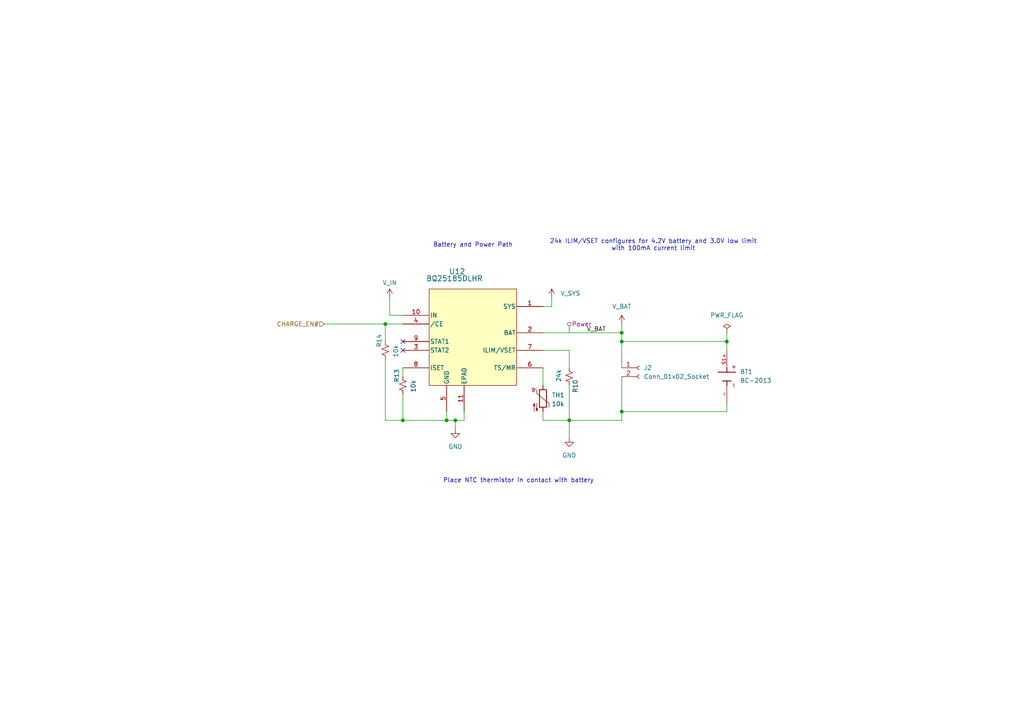
<source format=kicad_sch>
(kicad_sch (version 20250114) (generator "eeschema") (generator_version "9.0")
  (paper "A4")
  (lib_symbols
    (symbol "2025-03-10_01-20-10:BQ25185DLHR" (pin_names (offset 0.254))
      (property "Reference" "U12" (at -3.302 17.78 0))
      (property "Value" "BQ25185DLHR" (at -4.064 15.748 0))
      (symbol "BQ25185DLHR_0_1"
        (pin input line (at -19.05 5.08 0) (length 7.62) (name "IN") (number "10"))
        (pin input line (at -19.05 2.54 0) (length 7.62) (name "/CE") (number "4"))
        (pin output line (at -19.05 -2.54 0) (length 7.62) (name "STAT1") (number "9"))
        (pin output line (at -19.05 -5.08 0) (length 7.62) (name "STAT2") (number "3"))
        (pin bidirectional line (at -19.05 -10.16 0) (length 7.62) (name "ISET") (number "8"))
        (pin power_out line (at -6.35 -22.86 90) (length 7.62) (name "GND") (number "5"))
        (pin unspecified line (at -1.27 -22.86 90) (length 7.62) (name "EPAD") (number "11"))
        (pin power_in line (at 21.59 0 180) (length 7.62) (name "BAT") (number "2"))
        (pin bidirectional line (at 21.59 -5.08 180) (length 7.62) (name "ILIM/VSET") (number "7"))
        (pin bidirectional line (at 21.59 -10.16 180) (length 7.62) (name "TS/MR") (number "6"))
      )
      (symbol "BQ25185DLHR_1_1"
        (rectangle (start -11.43 12.7) (end 13.97 -15.24) (fill (type color) (color 255 255 194 1)))
        (pin power_out line (at 21.59 7.62 180) (length 7.62) (name "SYS") (number "1"))
      )
    )
    (symbol "Connector:BC-2013" (pin_names (offset 1.016))
      (property "Reference" "BT" (at -6.3614 3.8138 0))
      (property "Value" "BC-2013" (at -6.3618 -6.3579 0))
      (symbol "BC-2013_0_0"
        (polyline (pts (xy -3.302 2.032) (xy -2.286 2.032)) (stroke (width 0.1524)))
        (polyline (pts (xy -2.794 2.54) (xy -2.794 1.524)) (stroke (width 0.1524)))
        (polyline (pts (xy -2.54 0) (xy -1.27 0)) (stroke (width 0.254)))
        (polyline (pts (xy -1.27 2.54) (xy -1.27 0)) (stroke (width 0.254)))
        (polyline (pts (xy -1.27 0) (xy -1.27 -2.54)) (stroke (width 0.254)))
        (polyline (pts (xy 1.27 1.27) (xy 1.27 0)) (stroke (width 0.254)))
        (polyline (pts (xy 1.27 0) (xy 1.27 -1.27)) (stroke (width 0.254)))
        (polyline (pts (xy 1.27 0) (xy 2.54 0)) (stroke (width 0.254)))
        (polyline (pts (xy 2.032 2.032) (xy 3.048 2.032)) (stroke (width 0.1524)))
        (pin passive line (at -7.62 0 0) (length 5.08) (name "~") (number "S1+"))
        (pin passive line (at 7.62 0 180) (length 5.08) (name "~") (number "-"))
      )
    )
    (symbol "Connector:Conn_01x02_Socket" (pin_names (offset 1.016) (hide yes))
      (property "Reference" "J" (at 0 2.54 0))
      (property "Value" "Conn_01x02_Socket" (at 0 -5.08 0))
      (symbol "Conn_01x02_Socket_1_1"
        (polyline (pts (xy -1.27 0) (xy -0.508 0)) (stroke (width 0.1524)))
        (polyline (pts (xy -1.27 -2.54) (xy -0.508 -2.54)) (stroke (width 0.1524)))
        (arc (start 0 -0.508) (mid -0.5058 0) (end 0 0.508) (stroke (width 0.1524)))
        (arc (start 0 -3.048) (mid -0.5058 -2.54) (end 0 -2.032) (stroke (width 0.1524)))
        (pin passive line (at -5.08 0 0) (length 3.81) (name "Pin_1") (number "1"))
        (pin passive line (at -5.08 -2.54 0) (length 3.81) (name "Pin_2") (number "2"))
      )
    )
    (symbol "Device:R_Small_US" (pin_numbers (hide yes)) (pin_names (offset 0.254) (hide yes))
      (property "Reference" "R" (at 0.762 0.508 0))
      (property "Value" "R_Small_US" (at 0.762 -1.016 0))
      (symbol "R_Small_US_1_1"
        (polyline (pts (xy 0 1.524) (xy 1.016 1.143) (xy 0 0.762) (xy -1.016 0.381) (xy 0 0)))
        (polyline (pts (xy 0 0) (xy 1.016 -0.381) (xy 0 -0.762) (xy -1.016 -1.143) (xy 0 -1.524)))
        (pin passive line (at 0 2.54 270) (length 1.016) (name "~") (number "1"))
        (pin passive line (at 0 -2.54 90) (length 1.016) (name "~") (number "2"))
      )
    )
    (symbol "Device:Thermistor_NTC" (pin_numbers (hide yes)) (pin_names (offset 0))
      (property "Reference" "TH" (at -4.445 0 90))
      (property "Value" "Thermistor_NTC" (at 3.175 0 90))
      (symbol "Thermistor_NTC_0_1"
        (arc (start -3.175 2.413) (mid -3.0506 2.3165) (end -3.048 2.159))
        (arc (start -3.048 2.794) (mid -2.9736 2.9736) (end -2.794 3.048))
        (arc (start -2.794 3.048) (mid -2.6144 2.9736) (end -2.54 2.794))
        (arc (start -2.794 2.54) (mid -2.9736 2.6144) (end -3.048 2.794))
        (arc (start -2.794 1.905) (mid -2.9736 1.9794) (end -3.048 2.159))
        (arc (start -2.54 2.159) (mid -2.6144 1.9794) (end -2.794 1.905))
        (arc (start -2.159 2.794) (mid -2.434 2.5608) (end -2.794 2.54))
        (polyline (pts (xy -2.54 2.159) (xy -2.54 2.794)))
        (polyline (pts (xy -2.54 -3.683) (xy -2.54 -1.397) (xy -2.794 -2.159) (xy -2.286 -2.159) (xy -2.54 -1.397) (xy -2.54 -1.651)) (fill (type outline)))
        (polyline (pts (xy -1.778 2.54) (xy -1.778 1.524) (xy 1.778 -1.524) (xy 1.778 -2.54)))
        (polyline (pts (xy -1.778 -1.397) (xy -1.778 -3.683) (xy -2.032 -2.921) (xy -1.524 -2.921) (xy -1.778 -3.683) (xy -1.778 -3.429)) (fill (type outline)))
        (rectangle (start -1.016 2.54) (end 1.016 -2.54) (stroke (width 0.254)))
      )
      (symbol "Thermistor_NTC_1_1"
        (pin passive line (at 0 3.81 270) (length 1.27) (name "~") (number "1"))
        (pin passive line (at 0 -3.81 90) (length 1.27) (name "~") (number "2"))
      )
    )
    (symbol "power:+3.3V" (power) (pin_numbers (hide yes)) (pin_names (offset 0) (hide yes))
      (property "Value" "+3.3V" (at 0 3.556 0))
      (symbol "+3.3V_0_1"
        (polyline (pts (xy -0.762 1.27) (xy 0 2.54)))
        (polyline (pts (xy 0 2.54) (xy 0.762 1.27)))
        (polyline (pts (xy 0 0) (xy 0 2.54)))
      )
      (symbol "+3.3V_1_1"
        (pin power_in line (at 0 0 90) (length 0) (name "~") (number "1"))
      )
    )
    (symbol "power:GND" (power) (pin_numbers (hide yes)) (pin_names (offset 0) (hide yes))
      (property "Value" "GND" (at 0 -3.81 0))
      (symbol "GND_0_1"
        (polyline (pts (xy 0 0) (xy 0 -1.27) (xy 1.27 -1.27) (xy 0 -2.54) (xy -1.27 -1.27) (xy 0 -1.27)))
      )
      (symbol "GND_1_1"
        (pin power_in line (at 0 0 270) (length 0) (name "~") (number "1"))
      )
    )
    (symbol "power:PWR_FLAG" (power) (pin_numbers (hide yes)) (pin_names (offset 0) (hide yes))
      (property "Value" "PWR_FLAG" (at 0 3.81 0))
      (symbol "PWR_FLAG_0_0"
        (pin power_out line (at 0 0 90) (length 0) (name "~") (number "1"))
      )
      (symbol "PWR_FLAG_0_1"
        (polyline (pts (xy 0 0) (xy 0 1.27) (xy -1.016 1.905) (xy 0 2.54) (xy 1.016 1.905) (xy 0 1.27)))
      )
    )
  )
  (text "24k ILIM/VSET configures for 4.2V battery and 3.0V low limit\nwith 100mA current limit" (at 189.484 71.12 0) (effects (font (size 1.27 1.27))))
  (text "Place NTC thermistor in contact with battery" (at 150.368 139.446 0) (effects (font (size 1.27 1.27))))
  (text "Battery and Power Path" (at 137.16 71.12 0) (effects (font (size 1.27 1.27))))
  (junction (at 180.34 99.06))
  (junction (at 210.82 99.06))
  (junction (at 165.1 121.92))
  (junction (at 111.76 93.98))
  (junction (at 116.84 121.92))
  (junction (at 129.54 121.92))
  (junction (at 132.08 121.92))
  (junction (at 180.34 96.52))
  (junction (at 180.34 119.38))
  (no_connect (at 116.84 101.6))
  (no_connect (at 116.84 99.06))
  (wire (pts (xy 116.84 106.68) (xy 116.84 109.22)))
  (wire (pts (xy 210.82 96.52) (xy 210.82 99.06)))
  (wire (pts (xy 180.34 119.38) (xy 180.34 121.92)))
  (wire (pts (xy 157.48 121.92) (xy 165.1 121.92)))
  (wire (pts (xy 180.34 109.22) (xy 180.34 119.38)))
  (wire (pts (xy 210.82 99.06) (xy 210.82 101.6)))
  (wire (pts (xy 157.48 106.68) (xy 157.48 111.76)))
  (wire (pts (xy 129.54 119.38) (xy 129.54 121.92)))
  (wire (pts (xy 180.34 93.98) (xy 180.34 96.52)))
  (wire (pts (xy 157.48 88.9) (xy 160.02 88.9)))
  (wire (pts (xy 93.98 93.98) (xy 111.76 93.98)))
  (wire (pts (xy 111.76 93.98) (xy 116.84 93.98)))
  (wire (pts (xy 116.84 121.92) (xy 129.54 121.92)))
  (wire (pts (xy 113.03 86.36) (xy 113.03 91.44)))
  (wire (pts (xy 210.82 119.38) (xy 210.82 116.84)))
  (wire (pts (xy 157.48 119.38) (xy 157.48 121.92)))
  (wire (pts (xy 134.62 121.92) (xy 134.62 119.38)))
  (wire (pts (xy 165.1 121.92) (xy 165.1 127)))
  (wire (pts (xy 111.76 99.06) (xy 111.76 93.98)))
  (wire (pts (xy 132.08 121.92) (xy 134.62 121.92)))
  (wire (pts (xy 165.1 111.76) (xy 165.1 121.92)))
  (wire (pts (xy 157.48 101.6) (xy 165.1 101.6)))
  (wire (pts (xy 111.76 104.14) (xy 111.76 121.92)))
  (wire (pts (xy 129.54 121.92) (xy 132.08 121.92)))
  (wire (pts (xy 180.34 99.06) (xy 180.34 106.68)))
  (wire (pts (xy 160.02 88.9) (xy 160.02 86.36)))
  (wire (pts (xy 180.34 99.06) (xy 210.82 99.06)))
  (wire (pts (xy 111.76 121.92) (xy 116.84 121.92)))
  (wire (pts (xy 132.08 121.92) (xy 132.08 124.46)))
  (wire (pts (xy 180.34 96.52) (xy 180.34 99.06)))
  (wire (pts (xy 116.84 121.92) (xy 116.84 114.3)))
  (wire (pts (xy 116.84 91.44) (xy 113.03 91.44)))
  (wire (pts (xy 165.1 121.92) (xy 180.34 121.92)))
  (wire (pts (xy 165.1 101.6) (xy 165.1 106.68)))
  (wire (pts (xy 180.34 119.38) (xy 210.82 119.38)))
  (wire (pts (xy 157.48 96.52) (xy 180.34 96.52)))
  (label "V_BAT" (at 170.18 96.52 0))
  (hierarchical_label "CHARGE_EN#" (shape input) (at 93.98 93.98 180))
  (netclass_flag "" (length 2.54) (shape round) (at 165.1 96.52 0) (property "Netclass" "Power" (at 165.7985 93.98 0) (effects (justify left))))
  (symbol (lib_id "Device:R_Small_US") (at 111.76 101.6 180) (unit 1)
    (property "Reference" "R14" (at 109.982 98.806 90))
    (property "Value" "10k" (at 114.808 101.854 90))
    (property "Footprint" "Resistor_SMD:R_0402_1005Metric" (effects (hide yes)))
    (property "Description" "Resistor, small US symbol" (effects (hide yes)))
  )
  (symbol (lib_id "2025-03-10_01-20-10:BQ25185DLHR") (at 135.89 96.52 0) (unit 1)
    (property "Reference" "U12" (at 132.588 78.74 0) (effects (font (size 1.524 1.524))))
    (property "Value" "BQ25185DLHR" (at 131.826 80.772 0) (effects (font (size 1.524 1.524))))
    (property "Footprint" "BQ25185:WSON10_DLH_TEX" (effects (hide yes)))
    (property "Datasheet" "BQ25185DLHR" (effects (hide yes)))
  )
  (symbol (lib_id "power:GND") (at 132.08 124.46 0) (unit 1)
    (property "Reference" "#PWR035" (effects (hide yes)))
    (property "Value" "GND" (at 132.08 129.54 0))
    (property "Description" "Power symbol creates a global label with name \"GND\" , ground" (effects (hide yes)))
  )
  (symbol (lib_id "Device:Thermistor_NTC") (at 157.48 115.57 0) (unit 1)
    (property "Reference" "TH1" (at 160.02 114.6174 0) (effects (justify left)))
    (property "Value" "10k" (at 160.02 117.1574 0) (effects (justify left)))
    (property "Footprint" "Resistor_SMD:R_0402_1005Metric" (effects (hide yes)))
    (property "Description" "Temperature dependent resistor, negative temperature coefficient" (effects (hide yes)))
  )
  (symbol (lib_id "power:+3.3V") (at 180.34 93.98 0) (unit 1)
    (property "Reference" "#PWR046" (effects (hide yes)))
    (property "Value" "V_BAT" (at 180.34 88.9 0))
    (property "Description" "Power symbol creates a global label with name \"+3.3V\"" (effects (hide yes)))
  )
  (symbol (lib_id "Connector:Conn_01x02_Socket") (at 185.42 106.68 0) (unit 1)
    (property "Reference" "J2" (at 186.69 106.6799 0) (effects (justify left)))
    (property "Value" "Conn_01x02_Socket" (at 186.69 109.2199 0) (effects (justify left)))
    (property "Footprint" "Connector_JST:JST_GH_BM02B-GHS-TBT_1x02-1MP_P1.25mm_Vertical" (effects (hide yes)))
    (property "Description" "Generic connector, single row, 01x02, script generated" (effects (hide yes)))
  )
  (symbol (lib_id "power:GND") (at 165.1 127 0) (unit 1)
    (property "Reference" "#PWR037" (effects (hide yes)))
    (property "Value" "GND" (at 165.1 132.08 0))
    (property "Description" "Power symbol creates a global label with name \"GND\" , ground" (effects (hide yes)))
  )
  (symbol (lib_id "power:+3.3V") (at 113.03 86.36 0) (unit 1)
    (property "Reference" "#PWR036" (effects (hide yes)))
    (property "Value" "V_IN" (at 113.03 82.042 0))
    (property "Description" "Power symbol creates a global label with name \"+3.3V\"" (effects (hide yes)))
  )
  (symbol (lib_id "power:PWR_FLAG") (at 210.82 96.52 0) (unit 1)
    (property "Reference" "#FLG04" (effects (hide yes)))
    (property "Value" "PWR_FLAG" (at 210.82 91.44 0))
    (property "Description" "Special symbol for telling ERC where power comes from" (effects (hide yes)))
  )
  (symbol (lib_id "Connector:BC-2013") (at 210.82 109.22 270) (unit 1)
    (property "Reference" "BT1" (at 214.63 107.8229 90) (effects (justify left)))
    (property "Value" "BC-2013" (at 214.63 110.3629 90) (effects (justify left)))
    (property "Footprint" "JetBoard:BAT_BC-2013" (effects (hide yes)))
    (property "PARTREV" "D" (effects (hide yes)))
    (property "STANDARD" "Manufacturer Recommendations" (effects (hide yes)))
    (property "MAXIMUM_PACKAGE_HEIGHT" "3.68mm" (effects (hide yes)))
    (property "MANUFACTURER" "MPD" (effects (hide yes)))
  )
  (symbol (lib_id "power:+3.3V") (at 160.02 86.36 0) (unit 1)
    (property "Reference" "#PWR028" (effects (hide yes)))
    (property "Value" "V_SYS" (at 162.56 85.0899 0) (effects (justify left)))
    (property "Description" "Power symbol creates a global label with name \"+3.3V\"" (effects (hide yes)))
  )
  (symbol (lib_id "Device:R_Small_US") (at 116.84 111.76 180) (unit 1)
    (property "Reference" "R13" (at 115.062 108.966 90))
    (property "Value" "10k" (at 119.888 112.014 90))
    (property "Footprint" "Resistor_SMD:R_0402_1005Metric" (effects (hide yes)))
    (property "Description" "Resistor, small US symbol" (effects (hide yes)))
  )
  (symbol (lib_id "Device:R_Small_US") (at 165.1 109.22 0) (unit 1)
    (property "Reference" "R10" (at 166.878 112.014 90))
    (property "Value" "24k" (at 162.052 108.966 90))
    (property "Footprint" "Resistor_SMD:R_0402_1005Metric" (effects (hide yes)))
    (property "Description" "Resistor, small US symbol" (effects (hide yes)))
  )
)
</source>
